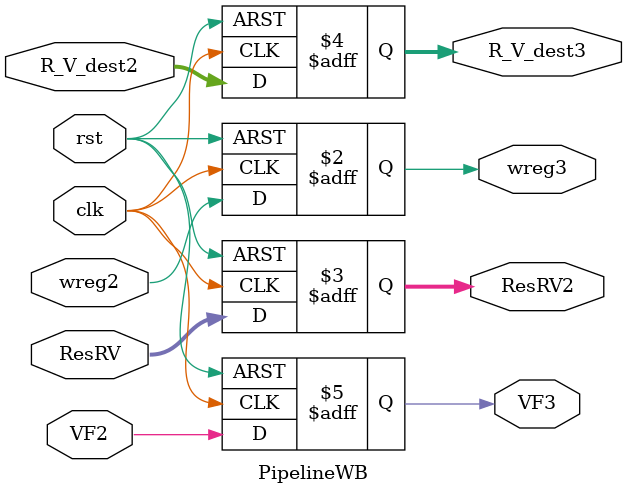
<source format=sv>
module PipelineWB(input clk, rst,
						input wreg2,
						input[127:0]ResRV,
						input[3:0]R_V_dest2,
						input VF2,
						output logic wreg3,
						output logic[127:0]ResRV2,
						output logic[3:0]R_V_dest3,
						output logic VF3);
	always_ff@(posedge clk or posedge rst)
		if(rst) begin
		wreg3 = 1'h0;
		ResRV2 = 128'h0;
		R_V_dest3 = 4'h0;
		VF3 = 1'h0;
		end
		else begin
		wreg3 = wreg2;
		ResRV2 = ResRV;
		R_V_dest3 = R_V_dest2;
		VF3 = VF2;
		end
endmodule 
</source>
